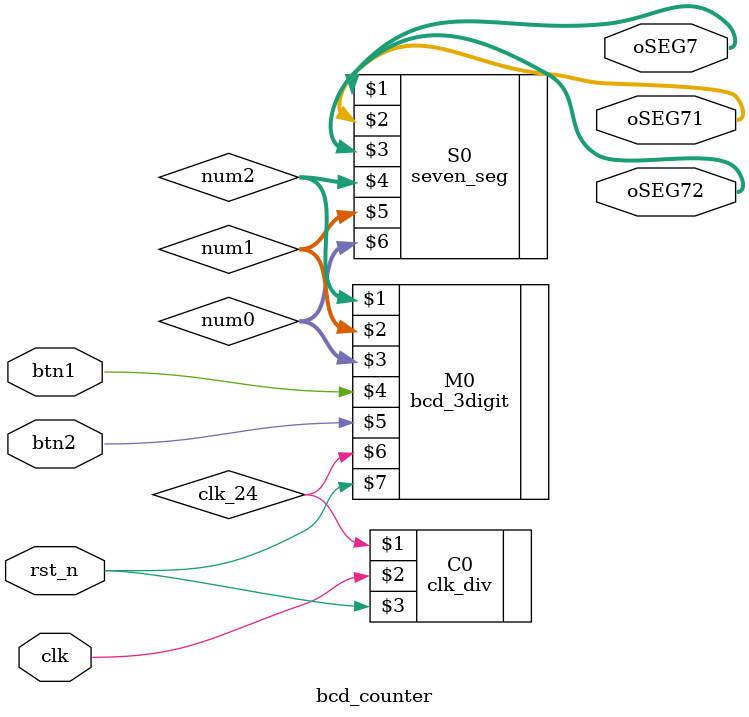
<source format=v>
module bcd_counter (rst_n,clk,btn1,btn2,oSEG7,oSEG71,oSEG72);
	input rst_n,clk,btn1,btn2;
	output [6:0] oSEG7,oSEG71,oSEG72;
 	wire [3:0]num2,num1,num0;
	wire [6:0]oSEG7,oSEG71,oSEG72;
	wire btn1,btn2;
	wire clk_24,rst_n;
	bcd_3digit M0 (num2,num1,num0,btn1,btn2,clk_24,rst_n);
	seven_seg S0 (oSEG7,oSEG71,oSEG72,num2,num1,num0);
	clk_div C0 (clk_24,clk,rst_n);
endmodule

</source>
